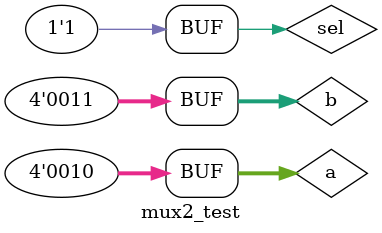
<source format=v>
`timescale 1ns / 1ps


module mux2_test;

	// Inputs
	reg [3:0] a;
	reg [3:0] b;
	reg sel;

	// Outputs
	wire [3:0] out;

	// Instantiate the Unit Under Test (UUT)
	mux2 uut (
		.a(a), 
		.b(b), 
		.sel(sel), 
		.out(out)
	);

   initial begin
	
		a = 0;
		b = 0;
		sel = 0;
		#100;
		
		a = 2;
		b = 3;
		sel = 0;
		#100;
		
		a = 2;
		b = 3;
		sel = 1;
		#100;
		
   end
      
endmodule


</source>
